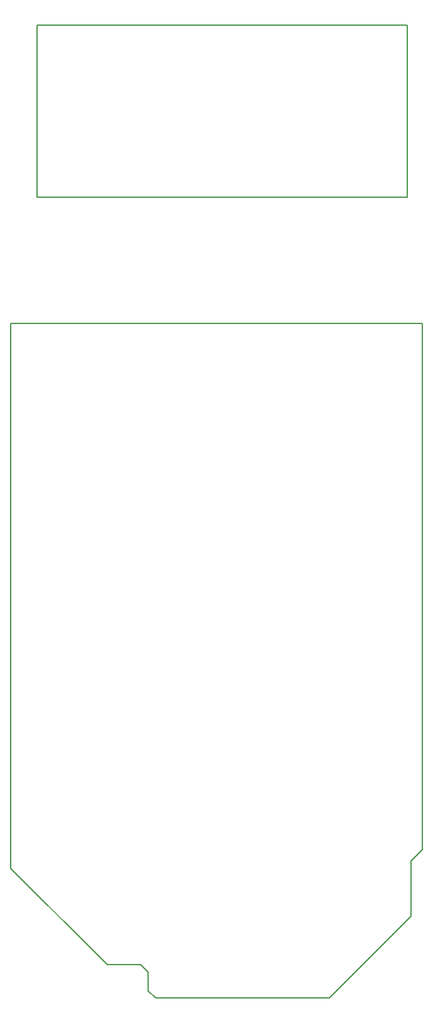
<source format=gbr>
%TF.GenerationSoftware,KiCad,Pcbnew,7.0.2-6a45011f42~172~ubuntu22.04.1*%
%TF.CreationDate,2023-05-21T10:08:46+01:00*%
%TF.ProjectId,Rebote2.5-offboard,5265626f-7465-4322-9e35-2d6f6666626f,rev?*%
%TF.SameCoordinates,Original*%
%TF.FileFunction,Profile,NP*%
%FSLAX46Y46*%
G04 Gerber Fmt 4.6, Leading zero omitted, Abs format (unit mm)*
G04 Created by KiCad (PCBNEW 7.0.2-6a45011f42~172~ubuntu22.04.1) date 2023-05-21 10:08:46*
%MOMM*%
%LPD*%
G01*
G04 APERTURE LIST*
%TA.AperFunction,Profile*%
%ADD10C,0.150000*%
%TD*%
G04 APERTURE END LIST*
D10*
X136760000Y-61050000D02*
X170510000Y-61050000D01*
X115010000Y-61050000D02*
X136760000Y-61050000D01*
X118510000Y-20800000D02*
X168510000Y-20800000D01*
X168510000Y-44050000D01*
X118510000Y-44050000D01*
X118510000Y-20800000D01*
X128000000Y-147500000D02*
X127000000Y-146500000D01*
X115000000Y-134500000D02*
X115000000Y-121000000D01*
X127000000Y-146500000D02*
X115000000Y-134500000D01*
X115010000Y-61050000D02*
X115000000Y-108250000D01*
X169000000Y-141000000D02*
X158000000Y-152000000D01*
X133500000Y-151000000D02*
X133500000Y-148500000D01*
X169000000Y-133500000D02*
X170500000Y-132000000D01*
X170500000Y-85000000D02*
X170510000Y-61050000D01*
X134500000Y-152000000D02*
X158000000Y-152000000D01*
X169000000Y-133500000D02*
X169000000Y-141000000D01*
X170500000Y-108250000D02*
X170500000Y-85000000D01*
X134500000Y-152000000D02*
X133500000Y-151000000D01*
X133500000Y-148500000D02*
X132500000Y-147500000D01*
X115000000Y-112750000D02*
X115000000Y-121000000D01*
X132500000Y-147500000D02*
X128500000Y-147500000D01*
X170500000Y-108250000D02*
X170500000Y-112750000D01*
X115000000Y-108250000D02*
X115000000Y-112750000D01*
X170500000Y-132000000D02*
X170500000Y-112750000D01*
X128500000Y-147500000D02*
X128000000Y-147500000D01*
M02*

</source>
